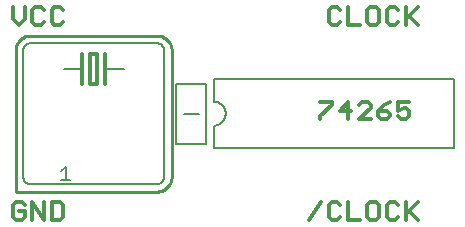
<source format=gto>
G75*
G70*
%OFA0B0*%
%FSLAX24Y24*%
%IPPOS*%
%LPD*%
%AMOC8*
5,1,8,0,0,1.08239X$1,22.5*
%
%ADD10C,0.0120*%
%ADD11C,0.0060*%
%ADD12C,0.0080*%
%ADD13C,0.0100*%
%ADD14C,0.0050*%
D10*
X001990Y000737D02*
X002087Y000640D01*
X002280Y000640D01*
X002377Y000737D01*
X002377Y000930D01*
X002183Y000930D01*
X001990Y000737D02*
X001990Y001124D01*
X002087Y001220D01*
X002280Y001220D01*
X002377Y001124D01*
X002635Y001220D02*
X003022Y000640D01*
X003022Y001220D01*
X003279Y001220D02*
X003569Y001220D01*
X003666Y001124D01*
X003666Y000737D01*
X003569Y000640D01*
X003279Y000640D01*
X003279Y001220D01*
X002635Y001220D02*
X002635Y000640D01*
X011873Y000640D02*
X012260Y001220D01*
X012517Y001124D02*
X012517Y000737D01*
X012614Y000640D01*
X012807Y000640D01*
X012904Y000737D01*
X013162Y000640D02*
X013549Y000640D01*
X013806Y000737D02*
X013903Y000640D01*
X014097Y000640D01*
X014193Y000737D01*
X014193Y001124D01*
X014097Y001220D01*
X013903Y001220D01*
X013806Y001124D01*
X013806Y000737D01*
X014451Y000737D02*
X014548Y000640D01*
X014741Y000640D01*
X014838Y000737D01*
X015095Y000833D02*
X015482Y001220D01*
X015095Y001220D02*
X015095Y000640D01*
X015192Y000930D02*
X015482Y000640D01*
X014838Y001124D02*
X014741Y001220D01*
X014548Y001220D01*
X014451Y001124D01*
X014451Y000737D01*
X013162Y000640D02*
X013162Y001220D01*
X012904Y001124D02*
X012807Y001220D01*
X012614Y001220D01*
X012517Y001124D01*
X012240Y003990D02*
X012240Y004087D01*
X012627Y004474D01*
X012627Y004570D01*
X012240Y004570D01*
X012885Y004280D02*
X013272Y004280D01*
X013175Y004570D02*
X012885Y004280D01*
X013175Y003990D02*
X013175Y004570D01*
X013529Y004474D02*
X013626Y004570D01*
X013819Y004570D01*
X013916Y004474D01*
X013916Y004377D01*
X013529Y003990D01*
X013916Y003990D01*
X014174Y004087D02*
X014270Y003990D01*
X014464Y003990D01*
X014561Y004087D01*
X014561Y004183D01*
X014464Y004280D01*
X014174Y004280D01*
X014174Y004087D01*
X014174Y004280D02*
X014367Y004474D01*
X014561Y004570D01*
X014818Y004570D02*
X014818Y004280D01*
X015012Y004377D01*
X015108Y004377D01*
X015205Y004280D01*
X015205Y004087D01*
X015108Y003990D01*
X014915Y003990D01*
X014818Y004087D01*
X014818Y004570D02*
X015205Y004570D01*
X015095Y007140D02*
X015095Y007720D01*
X014838Y007624D02*
X014741Y007720D01*
X014548Y007720D01*
X014451Y007624D01*
X014451Y007237D01*
X014548Y007140D01*
X014741Y007140D01*
X014838Y007237D01*
X015095Y007333D02*
X015482Y007720D01*
X015192Y007430D02*
X015482Y007140D01*
X014193Y007237D02*
X014097Y007140D01*
X013903Y007140D01*
X013806Y007237D01*
X013806Y007624D01*
X013903Y007720D01*
X014097Y007720D01*
X014193Y007624D01*
X014193Y007237D01*
X013549Y007140D02*
X013162Y007140D01*
X013162Y007720D01*
X012904Y007624D02*
X012807Y007720D01*
X012614Y007720D01*
X012517Y007624D01*
X012517Y007237D01*
X012614Y007140D01*
X012807Y007140D01*
X012904Y007237D01*
X005050Y006180D02*
X005050Y005680D01*
X005050Y005180D01*
X004800Y005180D02*
X004800Y006180D01*
X004550Y006180D01*
X004550Y005180D01*
X004800Y005180D01*
X004310Y005180D02*
X004310Y005680D01*
X004310Y006180D01*
X003569Y007140D02*
X003376Y007140D01*
X003279Y007237D01*
X003279Y007624D01*
X003376Y007720D01*
X003569Y007720D01*
X003666Y007624D01*
X003022Y007624D02*
X002925Y007720D01*
X002731Y007720D01*
X002635Y007624D01*
X002635Y007237D01*
X002731Y007140D01*
X002925Y007140D01*
X003022Y007237D01*
X003569Y007140D02*
X003666Y007237D01*
X002377Y007333D02*
X002377Y007720D01*
X001990Y007720D02*
X001990Y007333D01*
X002183Y007140D01*
X002377Y007333D01*
D11*
X002580Y006530D02*
X006780Y006530D01*
X006810Y006528D01*
X006840Y006523D01*
X006869Y006514D01*
X006896Y006501D01*
X006922Y006486D01*
X006946Y006467D01*
X006967Y006446D01*
X006986Y006422D01*
X007001Y006396D01*
X007014Y006369D01*
X007023Y006340D01*
X007028Y006310D01*
X007030Y006280D01*
X007030Y002080D01*
X007028Y002050D01*
X007023Y002020D01*
X007014Y001991D01*
X007001Y001964D01*
X006986Y001938D01*
X006967Y001914D01*
X006946Y001893D01*
X006922Y001874D01*
X006896Y001859D01*
X006869Y001846D01*
X006840Y001837D01*
X006810Y001832D01*
X006780Y001830D01*
X002580Y001830D01*
X002550Y001832D01*
X002520Y001837D01*
X002491Y001846D01*
X002464Y001859D01*
X002438Y001874D01*
X002414Y001893D01*
X002393Y001914D01*
X002374Y001938D01*
X002359Y001964D01*
X002346Y001991D01*
X002337Y002020D01*
X002332Y002050D01*
X002330Y002080D01*
X002330Y006280D01*
X002332Y006310D01*
X002337Y006340D01*
X002346Y006369D01*
X002359Y006396D01*
X002374Y006422D01*
X002393Y006446D01*
X002414Y006467D01*
X002438Y006486D01*
X002464Y006501D01*
X002491Y006514D01*
X002520Y006523D01*
X002550Y006528D01*
X002580Y006530D01*
X003680Y005680D02*
X004310Y005680D01*
X005050Y005680D02*
X005680Y005680D01*
X008680Y005330D02*
X008680Y004580D01*
X008719Y004578D01*
X008758Y004572D01*
X008796Y004563D01*
X008833Y004550D01*
X008869Y004533D01*
X008902Y004513D01*
X008934Y004489D01*
X008963Y004463D01*
X008989Y004434D01*
X009013Y004402D01*
X009033Y004369D01*
X009050Y004333D01*
X009063Y004296D01*
X009072Y004258D01*
X009078Y004219D01*
X009080Y004180D01*
X009078Y004141D01*
X009072Y004102D01*
X009063Y004064D01*
X009050Y004027D01*
X009033Y003991D01*
X009013Y003958D01*
X008989Y003926D01*
X008963Y003897D01*
X008934Y003871D01*
X008902Y003847D01*
X008869Y003827D01*
X008833Y003810D01*
X008796Y003797D01*
X008758Y003788D01*
X008719Y003782D01*
X008680Y003780D01*
X008680Y003030D01*
X016680Y003030D01*
X016680Y005330D01*
X008680Y005330D01*
D12*
X008430Y005180D02*
X007430Y005180D01*
X007430Y003180D01*
X008430Y003180D01*
X008430Y005180D01*
X008180Y004180D02*
X007680Y004180D01*
D13*
X007280Y002080D02*
X007280Y006280D01*
X007278Y006324D01*
X007272Y006367D01*
X007263Y006409D01*
X007250Y006451D01*
X007233Y006491D01*
X007213Y006530D01*
X007190Y006567D01*
X007163Y006601D01*
X007134Y006634D01*
X007101Y006663D01*
X007067Y006690D01*
X007030Y006713D01*
X006991Y006733D01*
X006951Y006750D01*
X006909Y006763D01*
X006867Y006772D01*
X006824Y006778D01*
X006780Y006780D01*
X002580Y006780D01*
X002536Y006778D01*
X002493Y006772D01*
X002451Y006763D01*
X002409Y006750D01*
X002369Y006733D01*
X002330Y006713D01*
X002293Y006690D01*
X002259Y006663D01*
X002226Y006634D01*
X002197Y006601D01*
X002170Y006567D01*
X002147Y006530D01*
X002127Y006491D01*
X002110Y006451D01*
X002097Y006409D01*
X002088Y006367D01*
X002082Y006324D01*
X002080Y006280D01*
X002080Y001580D01*
X006780Y001580D01*
X006824Y001582D01*
X006867Y001588D01*
X006909Y001597D01*
X006951Y001610D01*
X006991Y001627D01*
X007030Y001647D01*
X007067Y001670D01*
X007101Y001697D01*
X007134Y001726D01*
X007163Y001759D01*
X007190Y001793D01*
X007213Y001830D01*
X007233Y001869D01*
X007250Y001909D01*
X007263Y001951D01*
X007272Y001993D01*
X007278Y002036D01*
X007280Y002080D01*
D14*
X003905Y001955D02*
X003605Y001955D01*
X003755Y001955D02*
X003755Y002405D01*
X003605Y002255D01*
M02*

</source>
